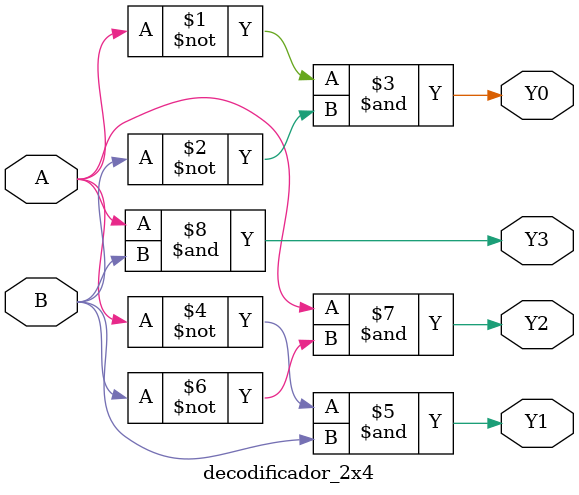
<source format=v>
/*
Program: CI Digital T2/2025
Class: Introdução à Verilog  
Class-ID: SD122
Advisor: Felipe Rocha 
Advisor-Contact: felipef.rocha@inatel.br
Institute: INATEL - Santa Rita do Sapucaí / MG  
Development: André Bezerra 
Student-Contact: andrefrbezerra@gmail.com
Task-ID: A-107-1
Type: Laboratory
Data: octuber, 17 2025
*/

`timescale 1 ns / 1 ps;

module decodificador_2x4 ( // #(parameter ... = ...) (
    input A, B,
    output Y0, Y1, Y2, Y3 // [3:0] Y;
);
    assign Y0 = ~A & ~B; // ~ (A | B); 
    assign Y1 = ~A &  B;
    assign Y2 =  A & ~B;
    assign Y3 =  A &  B;

endmodule

</source>
